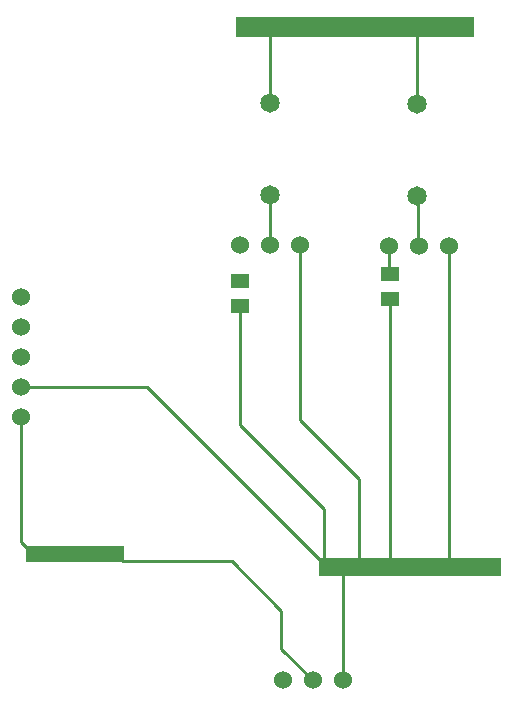
<source format=gtl>
G04*
G04 #@! TF.GenerationSoftware,Altium Limited,Altium Designer,25.1.2 (22)*
G04*
G04 Layer_Physical_Order=1*
G04 Layer_Color=255*
%FSLAX44Y44*%
%MOMM*%
G71*
G04*
G04 #@! TF.SameCoordinates,396CCE72-0539-44A8-A966-444F56D6D9DB*
G04*
G04*
G04 #@! TF.FilePolarity,Positive*
G04*
G01*
G75*
%ADD11C,0.2540*%
%ADD12R,1.5000X1.2000*%
%ADD16R,8.3820X1.3970*%
%ADD17R,20.1930X1.7780*%
%ADD18R,15.4940X1.5240*%
%ADD19C,1.5240*%
%ADD20C,1.6500*%
D11*
X535940Y537210D02*
X614680D01*
X530860Y542290D02*
X535940Y537210D01*
X530860Y542290D02*
Y647700D01*
X786130Y524510D02*
X787400D01*
X637540Y673100D02*
X786130Y524510D01*
X530860Y673100D02*
X637540D01*
X787400Y524510D02*
Y570230D01*
X866140Y912760D02*
Y972820D01*
X862330Y976630D02*
X866140Y972820D01*
X741680Y914030D02*
Y976630D01*
Y793750D02*
Y836030D01*
X866140Y834760D02*
X866775Y834125D01*
Y793115D02*
Y834125D01*
Y793115D02*
X867410Y792480D01*
X716280Y641350D02*
X787400Y570230D01*
X716280Y641350D02*
Y741680D01*
X816610Y524510D02*
Y595630D01*
X767080Y645160D02*
X816610Y595630D01*
X767080Y645160D02*
Y793750D01*
X891540Y525780D02*
X892810Y527050D01*
Y792480D01*
X843280Y523240D02*
Y747690D01*
X842010Y769960D02*
X843280Y768690D01*
X842010Y769960D02*
Y792480D01*
X803020Y424934D02*
Y519050D01*
X613410Y529590D02*
Y533400D01*
X750969Y451584D02*
Y483779D01*
Y451584D02*
X777620Y424934D01*
X708968Y525780D02*
X750969Y483779D01*
X617220Y525780D02*
X708968D01*
X613410Y529590D02*
X617220Y525780D01*
D12*
X716280Y741680D02*
D03*
Y762680D02*
D03*
X843280Y747690D02*
D03*
Y768690D02*
D03*
D16*
X576580Y531495D02*
D03*
D17*
X813435Y977900D02*
D03*
D18*
X859790Y520700D02*
D03*
D19*
X530860Y749300D02*
D03*
Y723900D02*
D03*
Y647700D02*
D03*
Y673100D02*
D03*
Y698500D02*
D03*
X716280Y793750D02*
D03*
X767080D02*
D03*
X741680D02*
D03*
X842010Y792480D02*
D03*
X892810D02*
D03*
X867410D02*
D03*
X752220Y424934D02*
D03*
X803020D02*
D03*
X777620D02*
D03*
D20*
X741680Y914030D02*
D03*
Y836030D02*
D03*
X866140Y912760D02*
D03*
Y834760D02*
D03*
M02*

</source>
